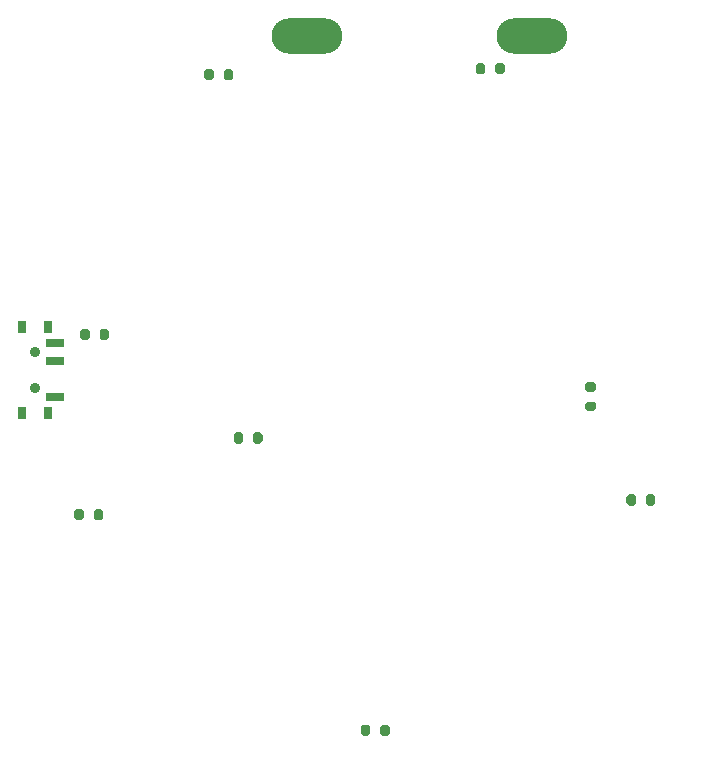
<source format=gbr>
%TF.GenerationSoftware,KiCad,Pcbnew,(5.1.10)-1*%
%TF.CreationDate,2021-10-20T07:50:51+02:00*%
%TF.ProjectId,TVZ_kuglica,54565a5f-6b75-4676-9c69-63612e6b6963,rev?*%
%TF.SameCoordinates,Original*%
%TF.FileFunction,Soldermask,Bot*%
%TF.FilePolarity,Negative*%
%FSLAX46Y46*%
G04 Gerber Fmt 4.6, Leading zero omitted, Abs format (unit mm)*
G04 Created by KiCad (PCBNEW (5.1.10)-1) date 2021-10-20 07:50:51*
%MOMM*%
%LPD*%
G01*
G04 APERTURE LIST*
%ADD10C,0.900000*%
%ADD11R,1.500000X0.700000*%
%ADD12R,0.800000X1.000000*%
%ADD13O,6.000000X3.000000*%
G04 APERTURE END LIST*
D10*
%TO.C,SW1*%
X104170000Y-101250000D03*
X104170000Y-98250000D03*
D11*
X105930000Y-102000000D03*
X105930000Y-99000000D03*
X105930000Y-97500000D03*
D12*
X103070000Y-103400000D03*
X103070000Y-96100000D03*
X105280000Y-96100000D03*
X105280000Y-103400000D03*
%TD*%
D13*
%TO.C,BT1*%
X127250000Y-71500000D03*
X146250000Y-71500000D03*
%TD*%
%TO.C,R1*%
G36*
G01*
X108025000Y-97025000D02*
X108025000Y-96475000D01*
G75*
G02*
X108225000Y-96275000I200000J0D01*
G01*
X108625000Y-96275000D01*
G75*
G02*
X108825000Y-96475000I0J-200000D01*
G01*
X108825000Y-97025000D01*
G75*
G02*
X108625000Y-97225000I-200000J0D01*
G01*
X108225000Y-97225000D01*
G75*
G02*
X108025000Y-97025000I0J200000D01*
G01*
G37*
G36*
G01*
X109675000Y-97025000D02*
X109675000Y-96475000D01*
G75*
G02*
X109875000Y-96275000I200000J0D01*
G01*
X110275000Y-96275000D01*
G75*
G02*
X110475000Y-96475000I0J-200000D01*
G01*
X110475000Y-97025000D01*
G75*
G02*
X110275000Y-97225000I-200000J0D01*
G01*
X109875000Y-97225000D01*
G75*
G02*
X109675000Y-97025000I0J200000D01*
G01*
G37*
%TD*%
%TO.C,R2*%
G36*
G01*
X120175000Y-75025000D02*
X120175000Y-74475000D01*
G75*
G02*
X120375000Y-74275000I200000J0D01*
G01*
X120775000Y-74275000D01*
G75*
G02*
X120975000Y-74475000I0J-200000D01*
G01*
X120975000Y-75025000D01*
G75*
G02*
X120775000Y-75225000I-200000J0D01*
G01*
X120375000Y-75225000D01*
G75*
G02*
X120175000Y-75025000I0J200000D01*
G01*
G37*
G36*
G01*
X118525000Y-75025000D02*
X118525000Y-74475000D01*
G75*
G02*
X118725000Y-74275000I200000J0D01*
G01*
X119125000Y-74275000D01*
G75*
G02*
X119325000Y-74475000I0J-200000D01*
G01*
X119325000Y-75025000D01*
G75*
G02*
X119125000Y-75225000I-200000J0D01*
G01*
X118725000Y-75225000D01*
G75*
G02*
X118525000Y-75025000I0J200000D01*
G01*
G37*
%TD*%
%TO.C,R3*%
G36*
G01*
X141525000Y-74525000D02*
X141525000Y-73975000D01*
G75*
G02*
X141725000Y-73775000I200000J0D01*
G01*
X142125000Y-73775000D01*
G75*
G02*
X142325000Y-73975000I0J-200000D01*
G01*
X142325000Y-74525000D01*
G75*
G02*
X142125000Y-74725000I-200000J0D01*
G01*
X141725000Y-74725000D01*
G75*
G02*
X141525000Y-74525000I0J200000D01*
G01*
G37*
G36*
G01*
X143175000Y-74525000D02*
X143175000Y-73975000D01*
G75*
G02*
X143375000Y-73775000I200000J0D01*
G01*
X143775000Y-73775000D01*
G75*
G02*
X143975000Y-73975000I0J-200000D01*
G01*
X143975000Y-74525000D01*
G75*
G02*
X143775000Y-74725000I-200000J0D01*
G01*
X143375000Y-74725000D01*
G75*
G02*
X143175000Y-74525000I0J200000D01*
G01*
G37*
%TD*%
%TO.C,R4*%
G36*
G01*
X122675000Y-105775000D02*
X122675000Y-105225000D01*
G75*
G02*
X122875000Y-105025000I200000J0D01*
G01*
X123275000Y-105025000D01*
G75*
G02*
X123475000Y-105225000I0J-200000D01*
G01*
X123475000Y-105775000D01*
G75*
G02*
X123275000Y-105975000I-200000J0D01*
G01*
X122875000Y-105975000D01*
G75*
G02*
X122675000Y-105775000I0J200000D01*
G01*
G37*
G36*
G01*
X121025000Y-105775000D02*
X121025000Y-105225000D01*
G75*
G02*
X121225000Y-105025000I200000J0D01*
G01*
X121625000Y-105025000D01*
G75*
G02*
X121825000Y-105225000I0J-200000D01*
G01*
X121825000Y-105775000D01*
G75*
G02*
X121625000Y-105975000I-200000J0D01*
G01*
X121225000Y-105975000D01*
G75*
G02*
X121025000Y-105775000I0J200000D01*
G01*
G37*
%TD*%
%TO.C,R5*%
G36*
G01*
X107525000Y-112275000D02*
X107525000Y-111725000D01*
G75*
G02*
X107725000Y-111525000I200000J0D01*
G01*
X108125000Y-111525000D01*
G75*
G02*
X108325000Y-111725000I0J-200000D01*
G01*
X108325000Y-112275000D01*
G75*
G02*
X108125000Y-112475000I-200000J0D01*
G01*
X107725000Y-112475000D01*
G75*
G02*
X107525000Y-112275000I0J200000D01*
G01*
G37*
G36*
G01*
X109175000Y-112275000D02*
X109175000Y-111725000D01*
G75*
G02*
X109375000Y-111525000I200000J0D01*
G01*
X109775000Y-111525000D01*
G75*
G02*
X109975000Y-111725000I0J-200000D01*
G01*
X109975000Y-112275000D01*
G75*
G02*
X109775000Y-112475000I-200000J0D01*
G01*
X109375000Y-112475000D01*
G75*
G02*
X109175000Y-112275000I0J200000D01*
G01*
G37*
%TD*%
%TO.C,R6*%
G36*
G01*
X133425000Y-130525000D02*
X133425000Y-129975000D01*
G75*
G02*
X133625000Y-129775000I200000J0D01*
G01*
X134025000Y-129775000D01*
G75*
G02*
X134225000Y-129975000I0J-200000D01*
G01*
X134225000Y-130525000D01*
G75*
G02*
X134025000Y-130725000I-200000J0D01*
G01*
X133625000Y-130725000D01*
G75*
G02*
X133425000Y-130525000I0J200000D01*
G01*
G37*
G36*
G01*
X131775000Y-130525000D02*
X131775000Y-129975000D01*
G75*
G02*
X131975000Y-129775000I200000J0D01*
G01*
X132375000Y-129775000D01*
G75*
G02*
X132575000Y-129975000I0J-200000D01*
G01*
X132575000Y-130525000D01*
G75*
G02*
X132375000Y-130725000I-200000J0D01*
G01*
X131975000Y-130725000D01*
G75*
G02*
X131775000Y-130525000I0J200000D01*
G01*
G37*
%TD*%
%TO.C,R7*%
G36*
G01*
X154275000Y-111025000D02*
X154275000Y-110475000D01*
G75*
G02*
X154475000Y-110275000I200000J0D01*
G01*
X154875000Y-110275000D01*
G75*
G02*
X155075000Y-110475000I0J-200000D01*
G01*
X155075000Y-111025000D01*
G75*
G02*
X154875000Y-111225000I-200000J0D01*
G01*
X154475000Y-111225000D01*
G75*
G02*
X154275000Y-111025000I0J200000D01*
G01*
G37*
G36*
G01*
X155925000Y-111025000D02*
X155925000Y-110475000D01*
G75*
G02*
X156125000Y-110275000I200000J0D01*
G01*
X156525000Y-110275000D01*
G75*
G02*
X156725000Y-110475000I0J-200000D01*
G01*
X156725000Y-111025000D01*
G75*
G02*
X156525000Y-111225000I-200000J0D01*
G01*
X156125000Y-111225000D01*
G75*
G02*
X155925000Y-111025000I0J200000D01*
G01*
G37*
%TD*%
%TO.C,R8*%
G36*
G01*
X151525000Y-101575000D02*
X150975000Y-101575000D01*
G75*
G02*
X150775000Y-101375000I0J200000D01*
G01*
X150775000Y-100975000D01*
G75*
G02*
X150975000Y-100775000I200000J0D01*
G01*
X151525000Y-100775000D01*
G75*
G02*
X151725000Y-100975000I0J-200000D01*
G01*
X151725000Y-101375000D01*
G75*
G02*
X151525000Y-101575000I-200000J0D01*
G01*
G37*
G36*
G01*
X151525000Y-103225000D02*
X150975000Y-103225000D01*
G75*
G02*
X150775000Y-103025000I0J200000D01*
G01*
X150775000Y-102625000D01*
G75*
G02*
X150975000Y-102425000I200000J0D01*
G01*
X151525000Y-102425000D01*
G75*
G02*
X151725000Y-102625000I0J-200000D01*
G01*
X151725000Y-103025000D01*
G75*
G02*
X151525000Y-103225000I-200000J0D01*
G01*
G37*
%TD*%
M02*

</source>
